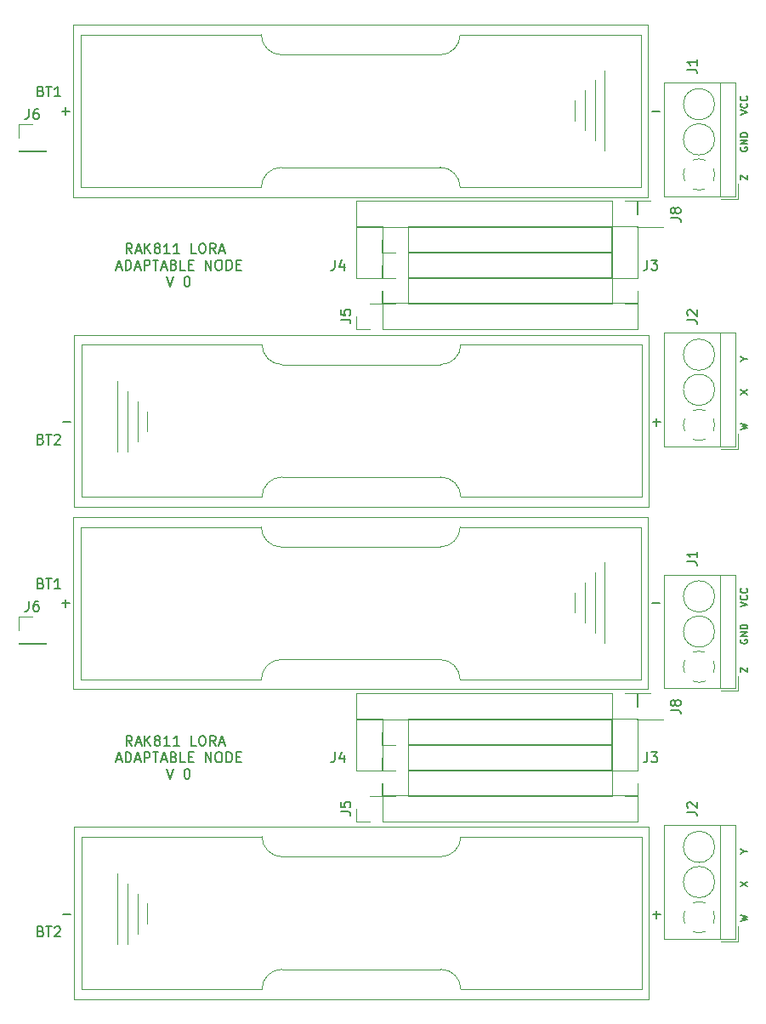
<source format=gbr>
G04 #@! TF.GenerationSoftware,KiCad,Pcbnew,5.1.5-52549c5~86~ubuntu18.04.1*
G04 #@! TF.CreationDate,2020-08-18T00:02:30-05:00*
G04 #@! TF.ProjectId,,58585858-5858-4585-9858-585858585858,rev?*
G04 #@! TF.SameCoordinates,Original*
G04 #@! TF.FileFunction,Legend,Top*
G04 #@! TF.FilePolarity,Positive*
%FSLAX46Y46*%
G04 Gerber Fmt 4.6, Leading zero omitted, Abs format (unit mm)*
G04 Created by KiCad (PCBNEW 5.1.5-52549c5~86~ubuntu18.04.1) date 2020-08-18 00:02:30*
%MOMM*%
%LPD*%
G04 APERTURE LIST*
%ADD10C,0.150000*%
%ADD11C,0.120000*%
%ADD12R,2.502000X2.502000*%
%ADD13C,2.502000*%
%ADD14C,2.742000*%
%ADD15C,2.102000*%
%ADD16C,1.802000*%
%ADD17O,1.802000X1.802000*%
%ADD18C,3.102000*%
G04 APERTURE END LIST*
D10*
X186106666Y-127530000D02*
X186806666Y-127363333D01*
X186306666Y-127230000D01*
X186806666Y-127096666D01*
X186106666Y-126930000D01*
X186106666Y-124063333D02*
X186806666Y-123596666D01*
X186106666Y-123596666D02*
X186806666Y-124063333D01*
X186473333Y-120530000D02*
X186806666Y-120530000D01*
X186106666Y-120763333D02*
X186473333Y-120530000D01*
X186106666Y-120296666D01*
X125508333Y-110032380D02*
X125175000Y-109556190D01*
X124936904Y-110032380D02*
X124936904Y-109032380D01*
X125317857Y-109032380D01*
X125413095Y-109080000D01*
X125460714Y-109127619D01*
X125508333Y-109222857D01*
X125508333Y-109365714D01*
X125460714Y-109460952D01*
X125413095Y-109508571D01*
X125317857Y-109556190D01*
X124936904Y-109556190D01*
X125889285Y-109746666D02*
X126365476Y-109746666D01*
X125794047Y-110032380D02*
X126127380Y-109032380D01*
X126460714Y-110032380D01*
X126794047Y-110032380D02*
X126794047Y-109032380D01*
X127365476Y-110032380D02*
X126936904Y-109460952D01*
X127365476Y-109032380D02*
X126794047Y-109603809D01*
X127936904Y-109460952D02*
X127841666Y-109413333D01*
X127794047Y-109365714D01*
X127746428Y-109270476D01*
X127746428Y-109222857D01*
X127794047Y-109127619D01*
X127841666Y-109080000D01*
X127936904Y-109032380D01*
X128127380Y-109032380D01*
X128222619Y-109080000D01*
X128270238Y-109127619D01*
X128317857Y-109222857D01*
X128317857Y-109270476D01*
X128270238Y-109365714D01*
X128222619Y-109413333D01*
X128127380Y-109460952D01*
X127936904Y-109460952D01*
X127841666Y-109508571D01*
X127794047Y-109556190D01*
X127746428Y-109651428D01*
X127746428Y-109841904D01*
X127794047Y-109937142D01*
X127841666Y-109984761D01*
X127936904Y-110032380D01*
X128127380Y-110032380D01*
X128222619Y-109984761D01*
X128270238Y-109937142D01*
X128317857Y-109841904D01*
X128317857Y-109651428D01*
X128270238Y-109556190D01*
X128222619Y-109508571D01*
X128127380Y-109460952D01*
X129270238Y-110032380D02*
X128698809Y-110032380D01*
X128984523Y-110032380D02*
X128984523Y-109032380D01*
X128889285Y-109175238D01*
X128794047Y-109270476D01*
X128698809Y-109318095D01*
X130222619Y-110032380D02*
X129651190Y-110032380D01*
X129936904Y-110032380D02*
X129936904Y-109032380D01*
X129841666Y-109175238D01*
X129746428Y-109270476D01*
X129651190Y-109318095D01*
X131889285Y-110032380D02*
X131413095Y-110032380D01*
X131413095Y-109032380D01*
X132413095Y-109032380D02*
X132603571Y-109032380D01*
X132698809Y-109080000D01*
X132794047Y-109175238D01*
X132841666Y-109365714D01*
X132841666Y-109699047D01*
X132794047Y-109889523D01*
X132698809Y-109984761D01*
X132603571Y-110032380D01*
X132413095Y-110032380D01*
X132317857Y-109984761D01*
X132222619Y-109889523D01*
X132175000Y-109699047D01*
X132175000Y-109365714D01*
X132222619Y-109175238D01*
X132317857Y-109080000D01*
X132413095Y-109032380D01*
X133841666Y-110032380D02*
X133508333Y-109556190D01*
X133270238Y-110032380D02*
X133270238Y-109032380D01*
X133651190Y-109032380D01*
X133746428Y-109080000D01*
X133794047Y-109127619D01*
X133841666Y-109222857D01*
X133841666Y-109365714D01*
X133794047Y-109460952D01*
X133746428Y-109508571D01*
X133651190Y-109556190D01*
X133270238Y-109556190D01*
X134222619Y-109746666D02*
X134698809Y-109746666D01*
X134127380Y-110032380D02*
X134460714Y-109032380D01*
X134794047Y-110032380D01*
X123960714Y-111396666D02*
X124436904Y-111396666D01*
X123865476Y-111682380D02*
X124198809Y-110682380D01*
X124532142Y-111682380D01*
X124865476Y-111682380D02*
X124865476Y-110682380D01*
X125103571Y-110682380D01*
X125246428Y-110730000D01*
X125341666Y-110825238D01*
X125389285Y-110920476D01*
X125436904Y-111110952D01*
X125436904Y-111253809D01*
X125389285Y-111444285D01*
X125341666Y-111539523D01*
X125246428Y-111634761D01*
X125103571Y-111682380D01*
X124865476Y-111682380D01*
X125817857Y-111396666D02*
X126294047Y-111396666D01*
X125722619Y-111682380D02*
X126055952Y-110682380D01*
X126389285Y-111682380D01*
X126722619Y-111682380D02*
X126722619Y-110682380D01*
X127103571Y-110682380D01*
X127198809Y-110730000D01*
X127246428Y-110777619D01*
X127294047Y-110872857D01*
X127294047Y-111015714D01*
X127246428Y-111110952D01*
X127198809Y-111158571D01*
X127103571Y-111206190D01*
X126722619Y-111206190D01*
X127579761Y-110682380D02*
X128151190Y-110682380D01*
X127865476Y-111682380D02*
X127865476Y-110682380D01*
X128436904Y-111396666D02*
X128913095Y-111396666D01*
X128341666Y-111682380D02*
X128675000Y-110682380D01*
X129008333Y-111682380D01*
X129675000Y-111158571D02*
X129817857Y-111206190D01*
X129865476Y-111253809D01*
X129913095Y-111349047D01*
X129913095Y-111491904D01*
X129865476Y-111587142D01*
X129817857Y-111634761D01*
X129722619Y-111682380D01*
X129341666Y-111682380D01*
X129341666Y-110682380D01*
X129675000Y-110682380D01*
X129770238Y-110730000D01*
X129817857Y-110777619D01*
X129865476Y-110872857D01*
X129865476Y-110968095D01*
X129817857Y-111063333D01*
X129770238Y-111110952D01*
X129675000Y-111158571D01*
X129341666Y-111158571D01*
X130817857Y-111682380D02*
X130341666Y-111682380D01*
X130341666Y-110682380D01*
X131151190Y-111158571D02*
X131484523Y-111158571D01*
X131627380Y-111682380D02*
X131151190Y-111682380D01*
X131151190Y-110682380D01*
X131627380Y-110682380D01*
X132817857Y-111682380D02*
X132817857Y-110682380D01*
X133389285Y-111682380D01*
X133389285Y-110682380D01*
X134055952Y-110682380D02*
X134246428Y-110682380D01*
X134341666Y-110730000D01*
X134436904Y-110825238D01*
X134484523Y-111015714D01*
X134484523Y-111349047D01*
X134436904Y-111539523D01*
X134341666Y-111634761D01*
X134246428Y-111682380D01*
X134055952Y-111682380D01*
X133960714Y-111634761D01*
X133865476Y-111539523D01*
X133817857Y-111349047D01*
X133817857Y-111015714D01*
X133865476Y-110825238D01*
X133960714Y-110730000D01*
X134055952Y-110682380D01*
X134913095Y-111682380D02*
X134913095Y-110682380D01*
X135151190Y-110682380D01*
X135294047Y-110730000D01*
X135389285Y-110825238D01*
X135436904Y-110920476D01*
X135484523Y-111110952D01*
X135484523Y-111253809D01*
X135436904Y-111444285D01*
X135389285Y-111539523D01*
X135294047Y-111634761D01*
X135151190Y-111682380D01*
X134913095Y-111682380D01*
X135913095Y-111158571D02*
X136246428Y-111158571D01*
X136389285Y-111682380D02*
X135913095Y-111682380D01*
X135913095Y-110682380D01*
X136389285Y-110682380D01*
X128984523Y-112332380D02*
X129317857Y-113332380D01*
X129651190Y-112332380D01*
X130936904Y-112332380D02*
X131032142Y-112332380D01*
X131127380Y-112380000D01*
X131175000Y-112427619D01*
X131222619Y-112522857D01*
X131270238Y-112713333D01*
X131270238Y-112951428D01*
X131222619Y-113141904D01*
X131175000Y-113237142D01*
X131127380Y-113284761D01*
X131032142Y-113332380D01*
X130936904Y-113332380D01*
X130841666Y-113284761D01*
X130794047Y-113237142D01*
X130746428Y-113141904D01*
X130698809Y-112951428D01*
X130698809Y-112713333D01*
X130746428Y-112522857D01*
X130794047Y-112427619D01*
X130841666Y-112380000D01*
X130936904Y-112332380D01*
X186106666Y-102696666D02*
X186106666Y-102230000D01*
X186806666Y-102696666D01*
X186806666Y-102230000D01*
X186140000Y-99463333D02*
X186106666Y-99530000D01*
X186106666Y-99630000D01*
X186140000Y-99730000D01*
X186206666Y-99796666D01*
X186273333Y-99830000D01*
X186406666Y-99863333D01*
X186506666Y-99863333D01*
X186640000Y-99830000D01*
X186706666Y-99796666D01*
X186773333Y-99730000D01*
X186806666Y-99630000D01*
X186806666Y-99563333D01*
X186773333Y-99463333D01*
X186740000Y-99430000D01*
X186506666Y-99430000D01*
X186506666Y-99563333D01*
X186806666Y-99130000D02*
X186106666Y-99130000D01*
X186806666Y-98730000D01*
X186106666Y-98730000D01*
X186806666Y-98396666D02*
X186106666Y-98396666D01*
X186106666Y-98230000D01*
X186140000Y-98130000D01*
X186206666Y-98063333D01*
X186273333Y-98030000D01*
X186406666Y-97996666D01*
X186506666Y-97996666D01*
X186640000Y-98030000D01*
X186706666Y-98063333D01*
X186773333Y-98130000D01*
X186806666Y-98230000D01*
X186806666Y-98396666D01*
X186106666Y-96196666D02*
X186806666Y-95963333D01*
X186106666Y-95730000D01*
X186740000Y-95096666D02*
X186773333Y-95130000D01*
X186806666Y-95230000D01*
X186806666Y-95296666D01*
X186773333Y-95396666D01*
X186706666Y-95463333D01*
X186640000Y-95496666D01*
X186506666Y-95530000D01*
X186406666Y-95530000D01*
X186273333Y-95496666D01*
X186206666Y-95463333D01*
X186140000Y-95396666D01*
X186106666Y-95296666D01*
X186106666Y-95230000D01*
X186140000Y-95130000D01*
X186173333Y-95096666D01*
X186740000Y-94396666D02*
X186773333Y-94430000D01*
X186806666Y-94530000D01*
X186806666Y-94596666D01*
X186773333Y-94696666D01*
X186706666Y-94763333D01*
X186640000Y-94796666D01*
X186506666Y-94830000D01*
X186406666Y-94830000D01*
X186273333Y-94796666D01*
X186206666Y-94763333D01*
X186140000Y-94696666D01*
X186106666Y-94596666D01*
X186106666Y-94530000D01*
X186140000Y-94430000D01*
X186173333Y-94396666D01*
X186106666Y-78530000D02*
X186806666Y-78363333D01*
X186306666Y-78230000D01*
X186806666Y-78096666D01*
X186106666Y-77930000D01*
X186106666Y-75063333D02*
X186806666Y-74596666D01*
X186106666Y-74596666D02*
X186806666Y-75063333D01*
X186473333Y-71530000D02*
X186806666Y-71530000D01*
X186106666Y-71763333D02*
X186473333Y-71530000D01*
X186106666Y-71296666D01*
X186106666Y-53696666D02*
X186106666Y-53230000D01*
X186806666Y-53696666D01*
X186806666Y-53230000D01*
X186140000Y-50463333D02*
X186106666Y-50530000D01*
X186106666Y-50630000D01*
X186140000Y-50730000D01*
X186206666Y-50796666D01*
X186273333Y-50830000D01*
X186406666Y-50863333D01*
X186506666Y-50863333D01*
X186640000Y-50830000D01*
X186706666Y-50796666D01*
X186773333Y-50730000D01*
X186806666Y-50630000D01*
X186806666Y-50563333D01*
X186773333Y-50463333D01*
X186740000Y-50430000D01*
X186506666Y-50430000D01*
X186506666Y-50563333D01*
X186806666Y-50130000D02*
X186106666Y-50130000D01*
X186806666Y-49730000D01*
X186106666Y-49730000D01*
X186806666Y-49396666D02*
X186106666Y-49396666D01*
X186106666Y-49230000D01*
X186140000Y-49130000D01*
X186206666Y-49063333D01*
X186273333Y-49030000D01*
X186406666Y-48996666D01*
X186506666Y-48996666D01*
X186640000Y-49030000D01*
X186706666Y-49063333D01*
X186773333Y-49130000D01*
X186806666Y-49230000D01*
X186806666Y-49396666D01*
X186106666Y-47196666D02*
X186806666Y-46963333D01*
X186106666Y-46730000D01*
X186740000Y-46096666D02*
X186773333Y-46130000D01*
X186806666Y-46230000D01*
X186806666Y-46296666D01*
X186773333Y-46396666D01*
X186706666Y-46463333D01*
X186640000Y-46496666D01*
X186506666Y-46530000D01*
X186406666Y-46530000D01*
X186273333Y-46496666D01*
X186206666Y-46463333D01*
X186140000Y-46396666D01*
X186106666Y-46296666D01*
X186106666Y-46230000D01*
X186140000Y-46130000D01*
X186173333Y-46096666D01*
X186740000Y-45396666D02*
X186773333Y-45430000D01*
X186806666Y-45530000D01*
X186806666Y-45596666D01*
X186773333Y-45696666D01*
X186706666Y-45763333D01*
X186640000Y-45796666D01*
X186506666Y-45830000D01*
X186406666Y-45830000D01*
X186273333Y-45796666D01*
X186206666Y-45763333D01*
X186140000Y-45696666D01*
X186106666Y-45596666D01*
X186106666Y-45530000D01*
X186140000Y-45430000D01*
X186173333Y-45396666D01*
X125508333Y-61032380D02*
X125175000Y-60556190D01*
X124936904Y-61032380D02*
X124936904Y-60032380D01*
X125317857Y-60032380D01*
X125413095Y-60080000D01*
X125460714Y-60127619D01*
X125508333Y-60222857D01*
X125508333Y-60365714D01*
X125460714Y-60460952D01*
X125413095Y-60508571D01*
X125317857Y-60556190D01*
X124936904Y-60556190D01*
X125889285Y-60746666D02*
X126365476Y-60746666D01*
X125794047Y-61032380D02*
X126127380Y-60032380D01*
X126460714Y-61032380D01*
X126794047Y-61032380D02*
X126794047Y-60032380D01*
X127365476Y-61032380D02*
X126936904Y-60460952D01*
X127365476Y-60032380D02*
X126794047Y-60603809D01*
X127936904Y-60460952D02*
X127841666Y-60413333D01*
X127794047Y-60365714D01*
X127746428Y-60270476D01*
X127746428Y-60222857D01*
X127794047Y-60127619D01*
X127841666Y-60080000D01*
X127936904Y-60032380D01*
X128127380Y-60032380D01*
X128222619Y-60080000D01*
X128270238Y-60127619D01*
X128317857Y-60222857D01*
X128317857Y-60270476D01*
X128270238Y-60365714D01*
X128222619Y-60413333D01*
X128127380Y-60460952D01*
X127936904Y-60460952D01*
X127841666Y-60508571D01*
X127794047Y-60556190D01*
X127746428Y-60651428D01*
X127746428Y-60841904D01*
X127794047Y-60937142D01*
X127841666Y-60984761D01*
X127936904Y-61032380D01*
X128127380Y-61032380D01*
X128222619Y-60984761D01*
X128270238Y-60937142D01*
X128317857Y-60841904D01*
X128317857Y-60651428D01*
X128270238Y-60556190D01*
X128222619Y-60508571D01*
X128127380Y-60460952D01*
X129270238Y-61032380D02*
X128698809Y-61032380D01*
X128984523Y-61032380D02*
X128984523Y-60032380D01*
X128889285Y-60175238D01*
X128794047Y-60270476D01*
X128698809Y-60318095D01*
X130222619Y-61032380D02*
X129651190Y-61032380D01*
X129936904Y-61032380D02*
X129936904Y-60032380D01*
X129841666Y-60175238D01*
X129746428Y-60270476D01*
X129651190Y-60318095D01*
X131889285Y-61032380D02*
X131413095Y-61032380D01*
X131413095Y-60032380D01*
X132413095Y-60032380D02*
X132603571Y-60032380D01*
X132698809Y-60080000D01*
X132794047Y-60175238D01*
X132841666Y-60365714D01*
X132841666Y-60699047D01*
X132794047Y-60889523D01*
X132698809Y-60984761D01*
X132603571Y-61032380D01*
X132413095Y-61032380D01*
X132317857Y-60984761D01*
X132222619Y-60889523D01*
X132175000Y-60699047D01*
X132175000Y-60365714D01*
X132222619Y-60175238D01*
X132317857Y-60080000D01*
X132413095Y-60032380D01*
X133841666Y-61032380D02*
X133508333Y-60556190D01*
X133270238Y-61032380D02*
X133270238Y-60032380D01*
X133651190Y-60032380D01*
X133746428Y-60080000D01*
X133794047Y-60127619D01*
X133841666Y-60222857D01*
X133841666Y-60365714D01*
X133794047Y-60460952D01*
X133746428Y-60508571D01*
X133651190Y-60556190D01*
X133270238Y-60556190D01*
X134222619Y-60746666D02*
X134698809Y-60746666D01*
X134127380Y-61032380D02*
X134460714Y-60032380D01*
X134794047Y-61032380D01*
X123960714Y-62396666D02*
X124436904Y-62396666D01*
X123865476Y-62682380D02*
X124198809Y-61682380D01*
X124532142Y-62682380D01*
X124865476Y-62682380D02*
X124865476Y-61682380D01*
X125103571Y-61682380D01*
X125246428Y-61730000D01*
X125341666Y-61825238D01*
X125389285Y-61920476D01*
X125436904Y-62110952D01*
X125436904Y-62253809D01*
X125389285Y-62444285D01*
X125341666Y-62539523D01*
X125246428Y-62634761D01*
X125103571Y-62682380D01*
X124865476Y-62682380D01*
X125817857Y-62396666D02*
X126294047Y-62396666D01*
X125722619Y-62682380D02*
X126055952Y-61682380D01*
X126389285Y-62682380D01*
X126722619Y-62682380D02*
X126722619Y-61682380D01*
X127103571Y-61682380D01*
X127198809Y-61730000D01*
X127246428Y-61777619D01*
X127294047Y-61872857D01*
X127294047Y-62015714D01*
X127246428Y-62110952D01*
X127198809Y-62158571D01*
X127103571Y-62206190D01*
X126722619Y-62206190D01*
X127579761Y-61682380D02*
X128151190Y-61682380D01*
X127865476Y-62682380D02*
X127865476Y-61682380D01*
X128436904Y-62396666D02*
X128913095Y-62396666D01*
X128341666Y-62682380D02*
X128675000Y-61682380D01*
X129008333Y-62682380D01*
X129675000Y-62158571D02*
X129817857Y-62206190D01*
X129865476Y-62253809D01*
X129913095Y-62349047D01*
X129913095Y-62491904D01*
X129865476Y-62587142D01*
X129817857Y-62634761D01*
X129722619Y-62682380D01*
X129341666Y-62682380D01*
X129341666Y-61682380D01*
X129675000Y-61682380D01*
X129770238Y-61730000D01*
X129817857Y-61777619D01*
X129865476Y-61872857D01*
X129865476Y-61968095D01*
X129817857Y-62063333D01*
X129770238Y-62110952D01*
X129675000Y-62158571D01*
X129341666Y-62158571D01*
X130817857Y-62682380D02*
X130341666Y-62682380D01*
X130341666Y-61682380D01*
X131151190Y-62158571D02*
X131484523Y-62158571D01*
X131627380Y-62682380D02*
X131151190Y-62682380D01*
X131151190Y-61682380D01*
X131627380Y-61682380D01*
X132817857Y-62682380D02*
X132817857Y-61682380D01*
X133389285Y-62682380D01*
X133389285Y-61682380D01*
X134055952Y-61682380D02*
X134246428Y-61682380D01*
X134341666Y-61730000D01*
X134436904Y-61825238D01*
X134484523Y-62015714D01*
X134484523Y-62349047D01*
X134436904Y-62539523D01*
X134341666Y-62634761D01*
X134246428Y-62682380D01*
X134055952Y-62682380D01*
X133960714Y-62634761D01*
X133865476Y-62539523D01*
X133817857Y-62349047D01*
X133817857Y-62015714D01*
X133865476Y-61825238D01*
X133960714Y-61730000D01*
X134055952Y-61682380D01*
X134913095Y-62682380D02*
X134913095Y-61682380D01*
X135151190Y-61682380D01*
X135294047Y-61730000D01*
X135389285Y-61825238D01*
X135436904Y-61920476D01*
X135484523Y-62110952D01*
X135484523Y-62253809D01*
X135436904Y-62444285D01*
X135389285Y-62539523D01*
X135294047Y-62634761D01*
X135151190Y-62682380D01*
X134913095Y-62682380D01*
X135913095Y-62158571D02*
X136246428Y-62158571D01*
X136389285Y-62682380D02*
X135913095Y-62682380D01*
X135913095Y-61682380D01*
X136389285Y-61682380D01*
X128984523Y-63332380D02*
X129317857Y-64332380D01*
X129651190Y-63332380D01*
X130936904Y-63332380D02*
X131032142Y-63332380D01*
X131127380Y-63380000D01*
X131175000Y-63427619D01*
X131222619Y-63522857D01*
X131270238Y-63713333D01*
X131270238Y-63951428D01*
X131222619Y-64141904D01*
X131175000Y-64237142D01*
X131127380Y-64284761D01*
X131032142Y-64332380D01*
X130936904Y-64332380D01*
X130841666Y-64284761D01*
X130794047Y-64237142D01*
X130746428Y-64141904D01*
X130698809Y-63951428D01*
X130698809Y-63713333D01*
X130746428Y-63522857D01*
X130794047Y-63427619D01*
X130841666Y-63380000D01*
X130936904Y-63332380D01*
D11*
X183406385Y-101562413D02*
G75*
G02X183530000Y-102170000I-1431385J-607587D01*
G01*
X181367258Y-100737891D02*
G75*
G02X182583000Y-100738000I607742J-1432109D01*
G01*
X180542891Y-102777742D02*
G75*
G02X180543000Y-101562000I1432109J607742D01*
G01*
X182582742Y-103602109D02*
G75*
G02X181367000Y-103602000I-607742J1432109D01*
G01*
X183530492Y-102142989D02*
G75*
G02X183407000Y-102778000I-1555492J-27011D01*
G01*
X183530000Y-98670000D02*
G75*
G03X183530000Y-98670000I-1555000J0D01*
G01*
X183530000Y-95170000D02*
G75*
G03X183530000Y-95170000I-1555000J0D01*
G01*
X184075000Y-104330000D02*
X184075000Y-93010000D01*
X178515000Y-104330000D02*
X178515000Y-93010000D01*
X185635000Y-104330000D02*
X185635000Y-93010000D01*
X178515000Y-104330000D02*
X185635000Y-104330000D01*
X178515000Y-93010000D02*
X185635000Y-93010000D01*
X184135000Y-104570000D02*
X185875000Y-104570000D01*
X185875000Y-104570000D02*
X185875000Y-103070000D01*
X156185000Y-101455000D02*
X140385000Y-101455000D01*
X140385000Y-90255000D02*
X156185000Y-90255000D01*
X140385000Y-90255000D02*
G75*
G02X138385000Y-88255000I0J2000000D01*
G01*
X158185000Y-88255000D02*
G75*
G02X156185000Y-90255000I-2000000J0D01*
G01*
X156185000Y-101455000D02*
G75*
G02X158185000Y-103455000I0J-2000000D01*
G01*
X138385000Y-103455000D02*
G75*
G02X140385000Y-101455000I2000000J0D01*
G01*
X158185000Y-103455000D02*
X176185000Y-103455000D01*
X158185000Y-88255000D02*
X176185000Y-88255000D01*
X120385000Y-88255000D02*
X138385000Y-88255000D01*
X176185000Y-88255000D02*
X176185000Y-103455000D01*
X120385000Y-103455000D02*
X138385000Y-103455000D01*
X120385000Y-88255000D02*
X120385000Y-103455000D01*
X119665000Y-87290000D02*
X176905000Y-87290000D01*
X119665000Y-104420000D02*
X119665000Y-87290000D01*
X176905000Y-104420000D02*
X119665000Y-104420000D01*
X176905000Y-87290000D02*
X176905000Y-104420000D01*
X169595000Y-94795000D02*
X169595000Y-96795000D01*
X172595000Y-91795000D02*
X172595000Y-99795000D01*
X171595000Y-98795000D02*
X171595000Y-92795000D01*
X170595000Y-93795000D02*
X170595000Y-97795000D01*
X140455000Y-121085000D02*
X156255000Y-121085000D01*
X156255000Y-132285000D02*
X140455000Y-132285000D01*
X156255000Y-132285000D02*
G75*
G02X158255000Y-134285000I0J-2000000D01*
G01*
X138455000Y-134285000D02*
G75*
G02X140455000Y-132285000I2000000J0D01*
G01*
X140455000Y-121085000D02*
G75*
G02X138455000Y-119085000I0J2000000D01*
G01*
X158255000Y-119085000D02*
G75*
G02X156255000Y-121085000I-2000000J0D01*
G01*
X138455000Y-119085000D02*
X120455000Y-119085000D01*
X138455000Y-134285000D02*
X120455000Y-134285000D01*
X176255000Y-134285000D02*
X158255000Y-134285000D01*
X120455000Y-134285000D02*
X120455000Y-119085000D01*
X176255000Y-119085000D02*
X158255000Y-119085000D01*
X176255000Y-134285000D02*
X176255000Y-119085000D01*
X176975000Y-135250000D02*
X119735000Y-135250000D01*
X176975000Y-118120000D02*
X176975000Y-135250000D01*
X119735000Y-118120000D02*
X176975000Y-118120000D01*
X119735000Y-135250000D02*
X119735000Y-118120000D01*
X127045000Y-127745000D02*
X127045000Y-125745000D01*
X124045000Y-130745000D02*
X124045000Y-122745000D01*
X125045000Y-123745000D02*
X125045000Y-129745000D01*
X126045000Y-128745000D02*
X126045000Y-124745000D01*
X183406385Y-126497413D02*
G75*
G02X183530000Y-127105000I-1431385J-607587D01*
G01*
X181367258Y-125672891D02*
G75*
G02X182583000Y-125673000I607742J-1432109D01*
G01*
X180542891Y-127712742D02*
G75*
G02X180543000Y-126497000I1432109J607742D01*
G01*
X182582742Y-128537109D02*
G75*
G02X181367000Y-128537000I-607742J1432109D01*
G01*
X183530492Y-127077989D02*
G75*
G02X183407000Y-127713000I-1555492J-27011D01*
G01*
X183530000Y-123605000D02*
G75*
G03X183530000Y-123605000I-1555000J0D01*
G01*
X183530000Y-120105000D02*
G75*
G03X183530000Y-120105000I-1555000J0D01*
G01*
X184075000Y-129265000D02*
X184075000Y-117945000D01*
X178515000Y-129265000D02*
X178515000Y-117945000D01*
X185635000Y-129265000D02*
X185635000Y-117945000D01*
X178515000Y-129265000D02*
X185635000Y-129265000D01*
X178515000Y-117945000D02*
X185635000Y-117945000D01*
X184135000Y-129505000D02*
X185875000Y-129505000D01*
X185875000Y-129505000D02*
X185875000Y-128005000D01*
X175890000Y-117605000D02*
X175890000Y-114945000D01*
X150430000Y-117605000D02*
X175890000Y-117605000D01*
X150430000Y-114945000D02*
X175890000Y-114945000D01*
X150430000Y-117605000D02*
X150430000Y-114945000D01*
X149160000Y-117605000D02*
X147830000Y-117605000D01*
X147830000Y-117605000D02*
X147830000Y-116275000D01*
X147830000Y-104785000D02*
X147830000Y-107445000D01*
X173290000Y-104785000D02*
X147830000Y-104785000D01*
X173290000Y-107445000D02*
X147830000Y-107445000D01*
X173290000Y-104785000D02*
X173290000Y-107445000D01*
X174560000Y-104785000D02*
X175890000Y-104785000D01*
X175890000Y-104785000D02*
X175890000Y-106115000D01*
X175890000Y-107325000D02*
X173230000Y-107325000D01*
X175890000Y-112465000D02*
X175890000Y-107325000D01*
X173230000Y-112465000D02*
X173230000Y-107325000D01*
X175890000Y-112465000D02*
X173230000Y-112465000D01*
X175890000Y-113735000D02*
X175890000Y-115065000D01*
X175890000Y-115065000D02*
X174560000Y-115065000D01*
X150490000Y-107325000D02*
X147830000Y-107325000D01*
X150490000Y-112465000D02*
X150490000Y-107325000D01*
X147830000Y-112465000D02*
X147830000Y-107325000D01*
X150490000Y-112465000D02*
X147830000Y-112465000D01*
X150490000Y-113735000D02*
X150490000Y-115065000D01*
X150490000Y-115065000D02*
X149160000Y-115065000D01*
X173350000Y-109985000D02*
X173350000Y-107325000D01*
X152970000Y-109985000D02*
X173350000Y-109985000D01*
X152970000Y-107325000D02*
X173350000Y-107325000D01*
X152970000Y-109985000D02*
X152970000Y-107325000D01*
X151700000Y-109985000D02*
X150370000Y-109985000D01*
X150370000Y-109985000D02*
X150370000Y-108655000D01*
X173350000Y-112525000D02*
X173350000Y-109865000D01*
X152970000Y-112525000D02*
X173350000Y-112525000D01*
X152970000Y-109865000D02*
X173350000Y-109865000D01*
X152970000Y-112525000D02*
X152970000Y-109865000D01*
X151700000Y-112525000D02*
X150370000Y-112525000D01*
X150370000Y-112525000D02*
X150370000Y-111195000D01*
X175770000Y-107445000D02*
X178430000Y-107445000D01*
X175770000Y-107385000D02*
X175770000Y-107445000D01*
X178430000Y-107385000D02*
X178430000Y-107445000D01*
X175770000Y-107385000D02*
X178430000Y-107385000D01*
X175770000Y-106115000D02*
X175770000Y-104785000D01*
X175770000Y-104785000D02*
X177100000Y-104785000D01*
X173350000Y-115065000D02*
X173350000Y-112405000D01*
X152970000Y-115065000D02*
X173350000Y-115065000D01*
X152970000Y-112405000D02*
X173350000Y-112405000D01*
X152970000Y-115065000D02*
X152970000Y-112405000D01*
X151700000Y-115065000D02*
X150370000Y-115065000D01*
X150370000Y-115065000D02*
X150370000Y-113735000D01*
X114240000Y-99860000D02*
X116900000Y-99860000D01*
X114240000Y-99800000D02*
X114240000Y-99860000D01*
X116900000Y-99800000D02*
X116900000Y-99860000D01*
X114240000Y-99800000D02*
X116900000Y-99800000D01*
X114240000Y-98530000D02*
X114240000Y-97200000D01*
X114240000Y-97200000D02*
X115570000Y-97200000D01*
X150370000Y-60985000D02*
X150370000Y-59655000D01*
X151700000Y-60985000D02*
X150370000Y-60985000D01*
X152970000Y-60985000D02*
X152970000Y-58325000D01*
X152970000Y-58325000D02*
X173350000Y-58325000D01*
X152970000Y-60985000D02*
X173350000Y-60985000D01*
X173350000Y-60985000D02*
X173350000Y-58325000D01*
X150370000Y-63525000D02*
X150370000Y-62195000D01*
X151700000Y-63525000D02*
X150370000Y-63525000D01*
X152970000Y-63525000D02*
X152970000Y-60865000D01*
X152970000Y-60865000D02*
X173350000Y-60865000D01*
X152970000Y-63525000D02*
X173350000Y-63525000D01*
X173350000Y-63525000D02*
X173350000Y-60865000D01*
X150370000Y-66065000D02*
X150370000Y-64735000D01*
X151700000Y-66065000D02*
X150370000Y-66065000D01*
X152970000Y-66065000D02*
X152970000Y-63405000D01*
X152970000Y-63405000D02*
X173350000Y-63405000D01*
X152970000Y-66065000D02*
X173350000Y-66065000D01*
X173350000Y-66065000D02*
X173350000Y-63405000D01*
X114240000Y-48200000D02*
X115570000Y-48200000D01*
X114240000Y-49530000D02*
X114240000Y-48200000D01*
X114240000Y-50800000D02*
X116900000Y-50800000D01*
X116900000Y-50800000D02*
X116900000Y-50860000D01*
X114240000Y-50800000D02*
X114240000Y-50860000D01*
X114240000Y-50860000D02*
X116900000Y-50860000D01*
X175770000Y-55785000D02*
X177100000Y-55785000D01*
X175770000Y-57115000D02*
X175770000Y-55785000D01*
X175770000Y-58385000D02*
X178430000Y-58385000D01*
X178430000Y-58385000D02*
X178430000Y-58445000D01*
X175770000Y-58385000D02*
X175770000Y-58445000D01*
X175770000Y-58445000D02*
X178430000Y-58445000D01*
X185875000Y-55570000D02*
X185875000Y-54070000D01*
X184135000Y-55570000D02*
X185875000Y-55570000D01*
X178515000Y-44010000D02*
X185635000Y-44010000D01*
X178515000Y-55330000D02*
X185635000Y-55330000D01*
X185635000Y-55330000D02*
X185635000Y-44010000D01*
X178515000Y-55330000D02*
X178515000Y-44010000D01*
X184075000Y-55330000D02*
X184075000Y-44010000D01*
X183530000Y-46170000D02*
G75*
G03X183530000Y-46170000I-1555000J0D01*
G01*
X183530000Y-49670000D02*
G75*
G03X183530000Y-49670000I-1555000J0D01*
G01*
X183530492Y-53142989D02*
G75*
G02X183407000Y-53778000I-1555492J-27011D01*
G01*
X182582742Y-54602109D02*
G75*
G02X181367000Y-54602000I-607742J1432109D01*
G01*
X180542891Y-53777742D02*
G75*
G02X180543000Y-52562000I1432109J607742D01*
G01*
X181367258Y-51737891D02*
G75*
G02X182583000Y-51738000I607742J-1432109D01*
G01*
X183406385Y-52562413D02*
G75*
G02X183530000Y-53170000I-1431385J-607587D01*
G01*
X175890000Y-55785000D02*
X175890000Y-57115000D01*
X174560000Y-55785000D02*
X175890000Y-55785000D01*
X173290000Y-55785000D02*
X173290000Y-58445000D01*
X173290000Y-58445000D02*
X147830000Y-58445000D01*
X173290000Y-55785000D02*
X147830000Y-55785000D01*
X147830000Y-55785000D02*
X147830000Y-58445000D01*
X147830000Y-68605000D02*
X147830000Y-67275000D01*
X149160000Y-68605000D02*
X147830000Y-68605000D01*
X150430000Y-68605000D02*
X150430000Y-65945000D01*
X150430000Y-65945000D02*
X175890000Y-65945000D01*
X150430000Y-68605000D02*
X175890000Y-68605000D01*
X175890000Y-68605000D02*
X175890000Y-65945000D01*
X150490000Y-66065000D02*
X149160000Y-66065000D01*
X150490000Y-64735000D02*
X150490000Y-66065000D01*
X150490000Y-63465000D02*
X147830000Y-63465000D01*
X147830000Y-63465000D02*
X147830000Y-58325000D01*
X150490000Y-63465000D02*
X150490000Y-58325000D01*
X150490000Y-58325000D02*
X147830000Y-58325000D01*
X175890000Y-66065000D02*
X174560000Y-66065000D01*
X175890000Y-64735000D02*
X175890000Y-66065000D01*
X175890000Y-63465000D02*
X173230000Y-63465000D01*
X173230000Y-63465000D02*
X173230000Y-58325000D01*
X175890000Y-63465000D02*
X175890000Y-58325000D01*
X175890000Y-58325000D02*
X173230000Y-58325000D01*
X170595000Y-44795000D02*
X170595000Y-48795000D01*
X171595000Y-49795000D02*
X171595000Y-43795000D01*
X172595000Y-42795000D02*
X172595000Y-50795000D01*
X169595000Y-45795000D02*
X169595000Y-47795000D01*
X176905000Y-38290000D02*
X176905000Y-55420000D01*
X176905000Y-55420000D02*
X119665000Y-55420000D01*
X119665000Y-55420000D02*
X119665000Y-38290000D01*
X119665000Y-38290000D02*
X176905000Y-38290000D01*
X120385000Y-39255000D02*
X120385000Y-54455000D01*
X120385000Y-54455000D02*
X138385000Y-54455000D01*
X176185000Y-39255000D02*
X176185000Y-54455000D01*
X120385000Y-39255000D02*
X138385000Y-39255000D01*
X158185000Y-39255000D02*
X176185000Y-39255000D01*
X158185000Y-54455000D02*
X176185000Y-54455000D01*
X138385000Y-54455000D02*
G75*
G02X140385000Y-52455000I2000000J0D01*
G01*
X156185000Y-52455000D02*
G75*
G02X158185000Y-54455000I0J-2000000D01*
G01*
X158185000Y-39255000D02*
G75*
G02X156185000Y-41255000I-2000000J0D01*
G01*
X140385000Y-41255000D02*
G75*
G02X138385000Y-39255000I0J2000000D01*
G01*
X140385000Y-41255000D02*
X156185000Y-41255000D01*
X156185000Y-52455000D02*
X140385000Y-52455000D01*
X185875000Y-80505000D02*
X185875000Y-79005000D01*
X184135000Y-80505000D02*
X185875000Y-80505000D01*
X178515000Y-68945000D02*
X185635000Y-68945000D01*
X178515000Y-80265000D02*
X185635000Y-80265000D01*
X185635000Y-80265000D02*
X185635000Y-68945000D01*
X178515000Y-80265000D02*
X178515000Y-68945000D01*
X184075000Y-80265000D02*
X184075000Y-68945000D01*
X183530000Y-71105000D02*
G75*
G03X183530000Y-71105000I-1555000J0D01*
G01*
X183530000Y-74605000D02*
G75*
G03X183530000Y-74605000I-1555000J0D01*
G01*
X183530492Y-78077989D02*
G75*
G02X183407000Y-78713000I-1555492J-27011D01*
G01*
X182582742Y-79537109D02*
G75*
G02X181367000Y-79537000I-607742J1432109D01*
G01*
X180542891Y-78712742D02*
G75*
G02X180543000Y-77497000I1432109J607742D01*
G01*
X181367258Y-76672891D02*
G75*
G02X182583000Y-76673000I607742J-1432109D01*
G01*
X183406385Y-77497413D02*
G75*
G02X183530000Y-78105000I-1431385J-607587D01*
G01*
X126045000Y-79745000D02*
X126045000Y-75745000D01*
X125045000Y-74745000D02*
X125045000Y-80745000D01*
X124045000Y-81745000D02*
X124045000Y-73745000D01*
X127045000Y-78745000D02*
X127045000Y-76745000D01*
X119735000Y-86250000D02*
X119735000Y-69120000D01*
X119735000Y-69120000D02*
X176975000Y-69120000D01*
X176975000Y-69120000D02*
X176975000Y-86250000D01*
X176975000Y-86250000D02*
X119735000Y-86250000D01*
X176255000Y-85285000D02*
X176255000Y-70085000D01*
X176255000Y-70085000D02*
X158255000Y-70085000D01*
X120455000Y-85285000D02*
X120455000Y-70085000D01*
X176255000Y-85285000D02*
X158255000Y-85285000D01*
X138455000Y-85285000D02*
X120455000Y-85285000D01*
X138455000Y-70085000D02*
X120455000Y-70085000D01*
X158255000Y-70085000D02*
G75*
G02X156255000Y-72085000I-2000000J0D01*
G01*
X140455000Y-72085000D02*
G75*
G02X138455000Y-70085000I0J2000000D01*
G01*
X138455000Y-85285000D02*
G75*
G02X140455000Y-83285000I2000000J0D01*
G01*
X156255000Y-83285000D02*
G75*
G02X158255000Y-85285000I0J-2000000D01*
G01*
X156255000Y-83285000D02*
X140455000Y-83285000D01*
X140455000Y-72085000D02*
X156255000Y-72085000D01*
D10*
X180792380Y-91708333D02*
X181506666Y-91708333D01*
X181649523Y-91755952D01*
X181744761Y-91851190D01*
X181792380Y-91994047D01*
X181792380Y-92089285D01*
X181792380Y-90708333D02*
X181792380Y-91279761D01*
X181792380Y-90994047D02*
X180792380Y-90994047D01*
X180935238Y-91089285D01*
X181030476Y-91184523D01*
X181078095Y-91279761D01*
X116419285Y-93878571D02*
X116562142Y-93926190D01*
X116609761Y-93973809D01*
X116657380Y-94069047D01*
X116657380Y-94211904D01*
X116609761Y-94307142D01*
X116562142Y-94354761D01*
X116466904Y-94402380D01*
X116085952Y-94402380D01*
X116085952Y-93402380D01*
X116419285Y-93402380D01*
X116514523Y-93450000D01*
X116562142Y-93497619D01*
X116609761Y-93592857D01*
X116609761Y-93688095D01*
X116562142Y-93783333D01*
X116514523Y-93830952D01*
X116419285Y-93878571D01*
X116085952Y-93878571D01*
X116943095Y-93402380D02*
X117514523Y-93402380D01*
X117228809Y-94402380D02*
X117228809Y-93402380D01*
X118371666Y-94402380D02*
X117800238Y-94402380D01*
X118085952Y-94402380D02*
X118085952Y-93402380D01*
X117990714Y-93545238D01*
X117895476Y-93640476D01*
X117800238Y-93688095D01*
X177274047Y-95866428D02*
X178035952Y-95866428D01*
X118504047Y-95866428D02*
X119265952Y-95866428D01*
X118885000Y-96247380D02*
X118885000Y-95485476D01*
X116419285Y-128518571D02*
X116562142Y-128566190D01*
X116609761Y-128613809D01*
X116657380Y-128709047D01*
X116657380Y-128851904D01*
X116609761Y-128947142D01*
X116562142Y-128994761D01*
X116466904Y-129042380D01*
X116085952Y-129042380D01*
X116085952Y-128042380D01*
X116419285Y-128042380D01*
X116514523Y-128090000D01*
X116562142Y-128137619D01*
X116609761Y-128232857D01*
X116609761Y-128328095D01*
X116562142Y-128423333D01*
X116514523Y-128470952D01*
X116419285Y-128518571D01*
X116085952Y-128518571D01*
X116943095Y-128042380D02*
X117514523Y-128042380D01*
X117228809Y-129042380D02*
X117228809Y-128042380D01*
X117800238Y-128137619D02*
X117847857Y-128090000D01*
X117943095Y-128042380D01*
X118181190Y-128042380D01*
X118276428Y-128090000D01*
X118324047Y-128137619D01*
X118371666Y-128232857D01*
X118371666Y-128328095D01*
X118324047Y-128470952D01*
X117752619Y-129042380D01*
X118371666Y-129042380D01*
X118604047Y-126816428D02*
X119365952Y-126816428D01*
X177374047Y-126816428D02*
X178135952Y-126816428D01*
X177755000Y-127197380D02*
X177755000Y-126435476D01*
X180792380Y-116643333D02*
X181506666Y-116643333D01*
X181649523Y-116690952D01*
X181744761Y-116786190D01*
X181792380Y-116929047D01*
X181792380Y-117024285D01*
X180887619Y-116214761D02*
X180840000Y-116167142D01*
X180792380Y-116071904D01*
X180792380Y-115833809D01*
X180840000Y-115738571D01*
X180887619Y-115690952D01*
X180982857Y-115643333D01*
X181078095Y-115643333D01*
X181220952Y-115690952D01*
X181792380Y-116262380D01*
X181792380Y-115643333D01*
X146282380Y-116608333D02*
X146996666Y-116608333D01*
X147139523Y-116655952D01*
X147234761Y-116751190D01*
X147282380Y-116894047D01*
X147282380Y-116989285D01*
X146282380Y-115655952D02*
X146282380Y-116132142D01*
X146758571Y-116179761D01*
X146710952Y-116132142D01*
X146663333Y-116036904D01*
X146663333Y-115798809D01*
X146710952Y-115703571D01*
X146758571Y-115655952D01*
X146853809Y-115608333D01*
X147091904Y-115608333D01*
X147187142Y-115655952D01*
X147234761Y-115703571D01*
X147282380Y-115798809D01*
X147282380Y-116036904D01*
X147234761Y-116132142D01*
X147187142Y-116179761D01*
X179157380Y-106483333D02*
X179871666Y-106483333D01*
X180014523Y-106530952D01*
X180109761Y-106626190D01*
X180157380Y-106769047D01*
X180157380Y-106864285D01*
X179585952Y-105864285D02*
X179538333Y-105959523D01*
X179490714Y-106007142D01*
X179395476Y-106054761D01*
X179347857Y-106054761D01*
X179252619Y-106007142D01*
X179205000Y-105959523D01*
X179157380Y-105864285D01*
X179157380Y-105673809D01*
X179205000Y-105578571D01*
X179252619Y-105530952D01*
X179347857Y-105483333D01*
X179395476Y-105483333D01*
X179490714Y-105530952D01*
X179538333Y-105578571D01*
X179585952Y-105673809D01*
X179585952Y-105864285D01*
X179633571Y-105959523D01*
X179681190Y-106007142D01*
X179776428Y-106054761D01*
X179966904Y-106054761D01*
X180062142Y-106007142D01*
X180109761Y-105959523D01*
X180157380Y-105864285D01*
X180157380Y-105673809D01*
X180109761Y-105578571D01*
X180062142Y-105530952D01*
X179966904Y-105483333D01*
X179776428Y-105483333D01*
X179681190Y-105530952D01*
X179633571Y-105578571D01*
X179585952Y-105673809D01*
X176831666Y-110682380D02*
X176831666Y-111396666D01*
X176784047Y-111539523D01*
X176688809Y-111634761D01*
X176545952Y-111682380D01*
X176450714Y-111682380D01*
X177212619Y-110682380D02*
X177831666Y-110682380D01*
X177498333Y-111063333D01*
X177641190Y-111063333D01*
X177736428Y-111110952D01*
X177784047Y-111158571D01*
X177831666Y-111253809D01*
X177831666Y-111491904D01*
X177784047Y-111587142D01*
X177736428Y-111634761D01*
X177641190Y-111682380D01*
X177355476Y-111682380D01*
X177260238Y-111634761D01*
X177212619Y-111587142D01*
X145716666Y-110682380D02*
X145716666Y-111396666D01*
X145669047Y-111539523D01*
X145573809Y-111634761D01*
X145430952Y-111682380D01*
X145335714Y-111682380D01*
X146621428Y-111015714D02*
X146621428Y-111682380D01*
X146383333Y-110634761D02*
X146145238Y-111349047D01*
X146764285Y-111349047D01*
X115236666Y-95652380D02*
X115236666Y-96366666D01*
X115189047Y-96509523D01*
X115093809Y-96604761D01*
X114950952Y-96652380D01*
X114855714Y-96652380D01*
X116141428Y-95652380D02*
X115950952Y-95652380D01*
X115855714Y-95700000D01*
X115808095Y-95747619D01*
X115712857Y-95890476D01*
X115665238Y-96080952D01*
X115665238Y-96461904D01*
X115712857Y-96557142D01*
X115760476Y-96604761D01*
X115855714Y-96652380D01*
X116046190Y-96652380D01*
X116141428Y-96604761D01*
X116189047Y-96557142D01*
X116236666Y-96461904D01*
X116236666Y-96223809D01*
X116189047Y-96128571D01*
X116141428Y-96080952D01*
X116046190Y-96033333D01*
X115855714Y-96033333D01*
X115760476Y-96080952D01*
X115712857Y-96128571D01*
X115665238Y-96223809D01*
X115236666Y-46652380D02*
X115236666Y-47366666D01*
X115189047Y-47509523D01*
X115093809Y-47604761D01*
X114950952Y-47652380D01*
X114855714Y-47652380D01*
X116141428Y-46652380D02*
X115950952Y-46652380D01*
X115855714Y-46700000D01*
X115808095Y-46747619D01*
X115712857Y-46890476D01*
X115665238Y-47080952D01*
X115665238Y-47461904D01*
X115712857Y-47557142D01*
X115760476Y-47604761D01*
X115855714Y-47652380D01*
X116046190Y-47652380D01*
X116141428Y-47604761D01*
X116189047Y-47557142D01*
X116236666Y-47461904D01*
X116236666Y-47223809D01*
X116189047Y-47128571D01*
X116141428Y-47080952D01*
X116046190Y-47033333D01*
X115855714Y-47033333D01*
X115760476Y-47080952D01*
X115712857Y-47128571D01*
X115665238Y-47223809D01*
X180792380Y-42708333D02*
X181506666Y-42708333D01*
X181649523Y-42755952D01*
X181744761Y-42851190D01*
X181792380Y-42994047D01*
X181792380Y-43089285D01*
X181792380Y-41708333D02*
X181792380Y-42279761D01*
X181792380Y-41994047D02*
X180792380Y-41994047D01*
X180935238Y-42089285D01*
X181030476Y-42184523D01*
X181078095Y-42279761D01*
X179157380Y-57483333D02*
X179871666Y-57483333D01*
X180014523Y-57530952D01*
X180109761Y-57626190D01*
X180157380Y-57769047D01*
X180157380Y-57864285D01*
X179585952Y-56864285D02*
X179538333Y-56959523D01*
X179490714Y-57007142D01*
X179395476Y-57054761D01*
X179347857Y-57054761D01*
X179252619Y-57007142D01*
X179205000Y-56959523D01*
X179157380Y-56864285D01*
X179157380Y-56673809D01*
X179205000Y-56578571D01*
X179252619Y-56530952D01*
X179347857Y-56483333D01*
X179395476Y-56483333D01*
X179490714Y-56530952D01*
X179538333Y-56578571D01*
X179585952Y-56673809D01*
X179585952Y-56864285D01*
X179633571Y-56959523D01*
X179681190Y-57007142D01*
X179776428Y-57054761D01*
X179966904Y-57054761D01*
X180062142Y-57007142D01*
X180109761Y-56959523D01*
X180157380Y-56864285D01*
X180157380Y-56673809D01*
X180109761Y-56578571D01*
X180062142Y-56530952D01*
X179966904Y-56483333D01*
X179776428Y-56483333D01*
X179681190Y-56530952D01*
X179633571Y-56578571D01*
X179585952Y-56673809D01*
X146282380Y-67608333D02*
X146996666Y-67608333D01*
X147139523Y-67655952D01*
X147234761Y-67751190D01*
X147282380Y-67894047D01*
X147282380Y-67989285D01*
X146282380Y-66655952D02*
X146282380Y-67132142D01*
X146758571Y-67179761D01*
X146710952Y-67132142D01*
X146663333Y-67036904D01*
X146663333Y-66798809D01*
X146710952Y-66703571D01*
X146758571Y-66655952D01*
X146853809Y-66608333D01*
X147091904Y-66608333D01*
X147187142Y-66655952D01*
X147234761Y-66703571D01*
X147282380Y-66798809D01*
X147282380Y-67036904D01*
X147234761Y-67132142D01*
X147187142Y-67179761D01*
X145716666Y-61682380D02*
X145716666Y-62396666D01*
X145669047Y-62539523D01*
X145573809Y-62634761D01*
X145430952Y-62682380D01*
X145335714Y-62682380D01*
X146621428Y-62015714D02*
X146621428Y-62682380D01*
X146383333Y-61634761D02*
X146145238Y-62349047D01*
X146764285Y-62349047D01*
X176831666Y-61682380D02*
X176831666Y-62396666D01*
X176784047Y-62539523D01*
X176688809Y-62634761D01*
X176545952Y-62682380D01*
X176450714Y-62682380D01*
X177212619Y-61682380D02*
X177831666Y-61682380D01*
X177498333Y-62063333D01*
X177641190Y-62063333D01*
X177736428Y-62110952D01*
X177784047Y-62158571D01*
X177831666Y-62253809D01*
X177831666Y-62491904D01*
X177784047Y-62587142D01*
X177736428Y-62634761D01*
X177641190Y-62682380D01*
X177355476Y-62682380D01*
X177260238Y-62634761D01*
X177212619Y-62587142D01*
X116419285Y-44878571D02*
X116562142Y-44926190D01*
X116609761Y-44973809D01*
X116657380Y-45069047D01*
X116657380Y-45211904D01*
X116609761Y-45307142D01*
X116562142Y-45354761D01*
X116466904Y-45402380D01*
X116085952Y-45402380D01*
X116085952Y-44402380D01*
X116419285Y-44402380D01*
X116514523Y-44450000D01*
X116562142Y-44497619D01*
X116609761Y-44592857D01*
X116609761Y-44688095D01*
X116562142Y-44783333D01*
X116514523Y-44830952D01*
X116419285Y-44878571D01*
X116085952Y-44878571D01*
X116943095Y-44402380D02*
X117514523Y-44402380D01*
X117228809Y-45402380D02*
X117228809Y-44402380D01*
X118371666Y-45402380D02*
X117800238Y-45402380D01*
X118085952Y-45402380D02*
X118085952Y-44402380D01*
X117990714Y-44545238D01*
X117895476Y-44640476D01*
X117800238Y-44688095D01*
X118504047Y-46866428D02*
X119265952Y-46866428D01*
X118885000Y-47247380D02*
X118885000Y-46485476D01*
X177274047Y-46866428D02*
X178035952Y-46866428D01*
X180792380Y-67643333D02*
X181506666Y-67643333D01*
X181649523Y-67690952D01*
X181744761Y-67786190D01*
X181792380Y-67929047D01*
X181792380Y-68024285D01*
X180887619Y-67214761D02*
X180840000Y-67167142D01*
X180792380Y-67071904D01*
X180792380Y-66833809D01*
X180840000Y-66738571D01*
X180887619Y-66690952D01*
X180982857Y-66643333D01*
X181078095Y-66643333D01*
X181220952Y-66690952D01*
X181792380Y-67262380D01*
X181792380Y-66643333D01*
X116419285Y-79518571D02*
X116562142Y-79566190D01*
X116609761Y-79613809D01*
X116657380Y-79709047D01*
X116657380Y-79851904D01*
X116609761Y-79947142D01*
X116562142Y-79994761D01*
X116466904Y-80042380D01*
X116085952Y-80042380D01*
X116085952Y-79042380D01*
X116419285Y-79042380D01*
X116514523Y-79090000D01*
X116562142Y-79137619D01*
X116609761Y-79232857D01*
X116609761Y-79328095D01*
X116562142Y-79423333D01*
X116514523Y-79470952D01*
X116419285Y-79518571D01*
X116085952Y-79518571D01*
X116943095Y-79042380D02*
X117514523Y-79042380D01*
X117228809Y-80042380D02*
X117228809Y-79042380D01*
X117800238Y-79137619D02*
X117847857Y-79090000D01*
X117943095Y-79042380D01*
X118181190Y-79042380D01*
X118276428Y-79090000D01*
X118324047Y-79137619D01*
X118371666Y-79232857D01*
X118371666Y-79328095D01*
X118324047Y-79470952D01*
X117752619Y-80042380D01*
X118371666Y-80042380D01*
X177374047Y-77816428D02*
X178135952Y-77816428D01*
X177755000Y-78197380D02*
X177755000Y-77435476D01*
X118604047Y-77816428D02*
X119365952Y-77816428D01*
%LPC*%
D12*
X181975000Y-102170000D03*
D13*
X181975000Y-98670000D03*
X181975000Y-95170000D03*
D14*
X125035000Y-89860000D03*
X171515000Y-101850000D03*
D15*
X174275000Y-95855000D03*
X122285000Y-95855000D03*
D14*
X171605000Y-132680000D03*
X125125000Y-120690000D03*
D15*
X122365000Y-126685000D03*
X174355000Y-126685000D03*
D12*
X181975000Y-127105000D03*
D13*
X181975000Y-123605000D03*
X181975000Y-120105000D03*
D16*
X149160000Y-116275000D03*
D17*
X151700000Y-116275000D03*
X154240000Y-116275000D03*
X156780000Y-116275000D03*
X159320000Y-116275000D03*
X161860000Y-116275000D03*
X164400000Y-116275000D03*
X166940000Y-116275000D03*
X169480000Y-116275000D03*
X172020000Y-116275000D03*
X174560000Y-116275000D03*
D16*
X174560000Y-106115000D03*
D17*
X172020000Y-106115000D03*
X169480000Y-106115000D03*
X166940000Y-106115000D03*
X164400000Y-106115000D03*
X161860000Y-106115000D03*
X159320000Y-106115000D03*
X156780000Y-106115000D03*
X154240000Y-106115000D03*
X151700000Y-106115000D03*
X149160000Y-106115000D03*
D18*
X174565000Y-91270000D03*
D16*
X174560000Y-113735000D03*
D17*
X174560000Y-111195000D03*
X174560000Y-108655000D03*
D18*
X181565000Y-111270000D03*
D16*
X149160000Y-113735000D03*
D17*
X149160000Y-111195000D03*
X149160000Y-108655000D03*
D18*
X124565000Y-131270000D03*
X117565000Y-111270000D03*
D16*
X151700000Y-108655000D03*
D17*
X154240000Y-108655000D03*
X156780000Y-108655000D03*
X159320000Y-108655000D03*
X161860000Y-108655000D03*
X164400000Y-108655000D03*
X166940000Y-108655000D03*
X169480000Y-108655000D03*
X172020000Y-108655000D03*
D16*
X151700000Y-111195000D03*
D17*
X154240000Y-111195000D03*
X156780000Y-111195000D03*
X159320000Y-111195000D03*
X161860000Y-111195000D03*
X164400000Y-111195000D03*
X166940000Y-111195000D03*
X169480000Y-111195000D03*
X172020000Y-111195000D03*
D16*
X177100000Y-106115000D03*
X151700000Y-113735000D03*
D17*
X154240000Y-113735000D03*
X156780000Y-113735000D03*
X159320000Y-113735000D03*
X161860000Y-113735000D03*
X164400000Y-113735000D03*
X166940000Y-113735000D03*
X169480000Y-113735000D03*
X172020000Y-113735000D03*
D16*
X115570000Y-98530000D03*
D17*
X172020000Y-59655000D03*
X169480000Y-59655000D03*
X166940000Y-59655000D03*
X164400000Y-59655000D03*
X161860000Y-59655000D03*
X159320000Y-59655000D03*
X156780000Y-59655000D03*
X154240000Y-59655000D03*
D16*
X151700000Y-59655000D03*
D17*
X172020000Y-62195000D03*
X169480000Y-62195000D03*
X166940000Y-62195000D03*
X164400000Y-62195000D03*
X161860000Y-62195000D03*
X159320000Y-62195000D03*
X156780000Y-62195000D03*
X154240000Y-62195000D03*
D16*
X151700000Y-62195000D03*
D17*
X172020000Y-64735000D03*
X169480000Y-64735000D03*
X166940000Y-64735000D03*
X164400000Y-64735000D03*
X161860000Y-64735000D03*
X159320000Y-64735000D03*
X156780000Y-64735000D03*
X154240000Y-64735000D03*
D16*
X151700000Y-64735000D03*
X115570000Y-49530000D03*
X177100000Y-57115000D03*
D13*
X181975000Y-46170000D03*
X181975000Y-49670000D03*
D12*
X181975000Y-53170000D03*
D17*
X149160000Y-57115000D03*
X151700000Y-57115000D03*
X154240000Y-57115000D03*
X156780000Y-57115000D03*
X159320000Y-57115000D03*
X161860000Y-57115000D03*
X164400000Y-57115000D03*
X166940000Y-57115000D03*
X169480000Y-57115000D03*
X172020000Y-57115000D03*
D16*
X174560000Y-57115000D03*
D17*
X174560000Y-67275000D03*
X172020000Y-67275000D03*
X169480000Y-67275000D03*
X166940000Y-67275000D03*
X164400000Y-67275000D03*
X161860000Y-67275000D03*
X159320000Y-67275000D03*
X156780000Y-67275000D03*
X154240000Y-67275000D03*
X151700000Y-67275000D03*
D16*
X149160000Y-67275000D03*
D17*
X149160000Y-59655000D03*
X149160000Y-62195000D03*
D16*
X149160000Y-64735000D03*
D17*
X174560000Y-59655000D03*
X174560000Y-62195000D03*
D16*
X174560000Y-64735000D03*
D15*
X122285000Y-46855000D03*
X174275000Y-46855000D03*
D14*
X171515000Y-52850000D03*
X125035000Y-40860000D03*
D13*
X181975000Y-71105000D03*
X181975000Y-74605000D03*
D12*
X181975000Y-78105000D03*
D15*
X174355000Y-77685000D03*
X122365000Y-77685000D03*
D14*
X125125000Y-71690000D03*
X171605000Y-83680000D03*
D18*
X117565000Y-62270000D03*
X124565000Y-82270000D03*
X174565000Y-42270000D03*
X181565000Y-62270000D03*
M02*

</source>
